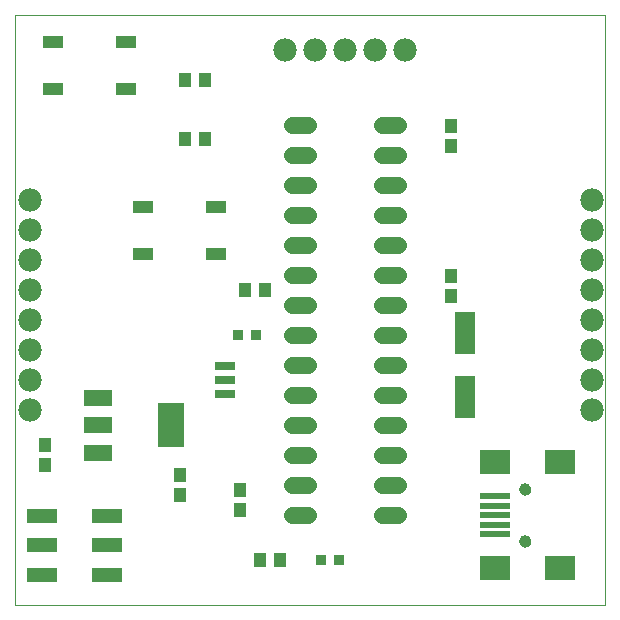
<source format=gts>
G75*
%MOIN*%
%OFA0B0*%
%FSLAX25Y25*%
%IPPOS*%
%LPD*%
%AMOC8*
5,1,8,0,0,1.08239X$1,22.5*
%
%ADD10C,0.00000*%
%ADD11R,0.04337X0.04731*%
%ADD12R,0.06699X0.14180*%
%ADD13R,0.10243X0.02369*%
%ADD14R,0.10243X0.08274*%
%ADD15C,0.03943*%
%ADD16C,0.07800*%
%ADD17R,0.03550X0.03550*%
%ADD18C,0.05600*%
%ADD19R,0.10243X0.05124*%
%ADD20R,0.06896X0.04337*%
%ADD21R,0.09200X0.05200*%
%ADD22R,0.09061X0.14573*%
%ADD23R,0.07093X0.03156*%
D10*
X0003000Y0003001D02*
X0003000Y0199851D01*
X0199850Y0199851D01*
X0199850Y0003001D01*
X0003000Y0003001D01*
X0171228Y0024339D02*
X0171230Y0024423D01*
X0171236Y0024506D01*
X0171246Y0024589D01*
X0171260Y0024672D01*
X0171277Y0024754D01*
X0171299Y0024835D01*
X0171324Y0024914D01*
X0171353Y0024993D01*
X0171386Y0025070D01*
X0171422Y0025145D01*
X0171462Y0025219D01*
X0171505Y0025291D01*
X0171552Y0025360D01*
X0171602Y0025427D01*
X0171655Y0025492D01*
X0171711Y0025554D01*
X0171769Y0025614D01*
X0171831Y0025671D01*
X0171895Y0025724D01*
X0171962Y0025775D01*
X0172031Y0025822D01*
X0172102Y0025867D01*
X0172175Y0025907D01*
X0172250Y0025944D01*
X0172327Y0025978D01*
X0172405Y0026008D01*
X0172484Y0026034D01*
X0172565Y0026057D01*
X0172647Y0026075D01*
X0172729Y0026090D01*
X0172812Y0026101D01*
X0172895Y0026108D01*
X0172979Y0026111D01*
X0173063Y0026110D01*
X0173146Y0026105D01*
X0173230Y0026096D01*
X0173312Y0026083D01*
X0173394Y0026067D01*
X0173475Y0026046D01*
X0173556Y0026022D01*
X0173634Y0025994D01*
X0173712Y0025962D01*
X0173788Y0025926D01*
X0173862Y0025887D01*
X0173934Y0025845D01*
X0174004Y0025799D01*
X0174072Y0025750D01*
X0174137Y0025698D01*
X0174200Y0025643D01*
X0174260Y0025585D01*
X0174318Y0025524D01*
X0174372Y0025460D01*
X0174424Y0025394D01*
X0174472Y0025326D01*
X0174517Y0025255D01*
X0174558Y0025182D01*
X0174597Y0025108D01*
X0174631Y0025032D01*
X0174662Y0024954D01*
X0174689Y0024875D01*
X0174713Y0024794D01*
X0174732Y0024713D01*
X0174748Y0024631D01*
X0174760Y0024548D01*
X0174768Y0024464D01*
X0174772Y0024381D01*
X0174772Y0024297D01*
X0174768Y0024214D01*
X0174760Y0024130D01*
X0174748Y0024047D01*
X0174732Y0023965D01*
X0174713Y0023884D01*
X0174689Y0023803D01*
X0174662Y0023724D01*
X0174631Y0023646D01*
X0174597Y0023570D01*
X0174558Y0023496D01*
X0174517Y0023423D01*
X0174472Y0023352D01*
X0174424Y0023284D01*
X0174372Y0023218D01*
X0174318Y0023154D01*
X0174260Y0023093D01*
X0174200Y0023035D01*
X0174137Y0022980D01*
X0174072Y0022928D01*
X0174004Y0022879D01*
X0173934Y0022833D01*
X0173862Y0022791D01*
X0173788Y0022752D01*
X0173712Y0022716D01*
X0173634Y0022684D01*
X0173556Y0022656D01*
X0173475Y0022632D01*
X0173394Y0022611D01*
X0173312Y0022595D01*
X0173230Y0022582D01*
X0173146Y0022573D01*
X0173063Y0022568D01*
X0172979Y0022567D01*
X0172895Y0022570D01*
X0172812Y0022577D01*
X0172729Y0022588D01*
X0172647Y0022603D01*
X0172565Y0022621D01*
X0172484Y0022644D01*
X0172405Y0022670D01*
X0172327Y0022700D01*
X0172250Y0022734D01*
X0172175Y0022771D01*
X0172102Y0022811D01*
X0172031Y0022856D01*
X0171962Y0022903D01*
X0171895Y0022954D01*
X0171831Y0023007D01*
X0171769Y0023064D01*
X0171711Y0023124D01*
X0171655Y0023186D01*
X0171602Y0023251D01*
X0171552Y0023318D01*
X0171505Y0023387D01*
X0171462Y0023459D01*
X0171422Y0023533D01*
X0171386Y0023608D01*
X0171353Y0023685D01*
X0171324Y0023764D01*
X0171299Y0023843D01*
X0171277Y0023924D01*
X0171260Y0024006D01*
X0171246Y0024089D01*
X0171236Y0024172D01*
X0171230Y0024255D01*
X0171228Y0024339D01*
X0171228Y0041662D02*
X0171230Y0041746D01*
X0171236Y0041829D01*
X0171246Y0041912D01*
X0171260Y0041995D01*
X0171277Y0042077D01*
X0171299Y0042158D01*
X0171324Y0042237D01*
X0171353Y0042316D01*
X0171386Y0042393D01*
X0171422Y0042468D01*
X0171462Y0042542D01*
X0171505Y0042614D01*
X0171552Y0042683D01*
X0171602Y0042750D01*
X0171655Y0042815D01*
X0171711Y0042877D01*
X0171769Y0042937D01*
X0171831Y0042994D01*
X0171895Y0043047D01*
X0171962Y0043098D01*
X0172031Y0043145D01*
X0172102Y0043190D01*
X0172175Y0043230D01*
X0172250Y0043267D01*
X0172327Y0043301D01*
X0172405Y0043331D01*
X0172484Y0043357D01*
X0172565Y0043380D01*
X0172647Y0043398D01*
X0172729Y0043413D01*
X0172812Y0043424D01*
X0172895Y0043431D01*
X0172979Y0043434D01*
X0173063Y0043433D01*
X0173146Y0043428D01*
X0173230Y0043419D01*
X0173312Y0043406D01*
X0173394Y0043390D01*
X0173475Y0043369D01*
X0173556Y0043345D01*
X0173634Y0043317D01*
X0173712Y0043285D01*
X0173788Y0043249D01*
X0173862Y0043210D01*
X0173934Y0043168D01*
X0174004Y0043122D01*
X0174072Y0043073D01*
X0174137Y0043021D01*
X0174200Y0042966D01*
X0174260Y0042908D01*
X0174318Y0042847D01*
X0174372Y0042783D01*
X0174424Y0042717D01*
X0174472Y0042649D01*
X0174517Y0042578D01*
X0174558Y0042505D01*
X0174597Y0042431D01*
X0174631Y0042355D01*
X0174662Y0042277D01*
X0174689Y0042198D01*
X0174713Y0042117D01*
X0174732Y0042036D01*
X0174748Y0041954D01*
X0174760Y0041871D01*
X0174768Y0041787D01*
X0174772Y0041704D01*
X0174772Y0041620D01*
X0174768Y0041537D01*
X0174760Y0041453D01*
X0174748Y0041370D01*
X0174732Y0041288D01*
X0174713Y0041207D01*
X0174689Y0041126D01*
X0174662Y0041047D01*
X0174631Y0040969D01*
X0174597Y0040893D01*
X0174558Y0040819D01*
X0174517Y0040746D01*
X0174472Y0040675D01*
X0174424Y0040607D01*
X0174372Y0040541D01*
X0174318Y0040477D01*
X0174260Y0040416D01*
X0174200Y0040358D01*
X0174137Y0040303D01*
X0174072Y0040251D01*
X0174004Y0040202D01*
X0173934Y0040156D01*
X0173862Y0040114D01*
X0173788Y0040075D01*
X0173712Y0040039D01*
X0173634Y0040007D01*
X0173556Y0039979D01*
X0173475Y0039955D01*
X0173394Y0039934D01*
X0173312Y0039918D01*
X0173230Y0039905D01*
X0173146Y0039896D01*
X0173063Y0039891D01*
X0172979Y0039890D01*
X0172895Y0039893D01*
X0172812Y0039900D01*
X0172729Y0039911D01*
X0172647Y0039926D01*
X0172565Y0039944D01*
X0172484Y0039967D01*
X0172405Y0039993D01*
X0172327Y0040023D01*
X0172250Y0040057D01*
X0172175Y0040094D01*
X0172102Y0040134D01*
X0172031Y0040179D01*
X0171962Y0040226D01*
X0171895Y0040277D01*
X0171831Y0040330D01*
X0171769Y0040387D01*
X0171711Y0040447D01*
X0171655Y0040509D01*
X0171602Y0040574D01*
X0171552Y0040641D01*
X0171505Y0040710D01*
X0171462Y0040782D01*
X0171422Y0040856D01*
X0171386Y0040931D01*
X0171353Y0041008D01*
X0171324Y0041087D01*
X0171299Y0041166D01*
X0171277Y0041247D01*
X0171260Y0041329D01*
X0171246Y0041412D01*
X0171236Y0041495D01*
X0171230Y0041578D01*
X0171228Y0041662D01*
D11*
X0148500Y0106154D03*
X0148500Y0112847D03*
X0148500Y0156154D03*
X0148500Y0162847D03*
X0086346Y0108001D03*
X0079654Y0108001D03*
X0066346Y0158501D03*
X0059654Y0158501D03*
X0059654Y0178001D03*
X0066346Y0178001D03*
X0013000Y0056347D03*
X0013000Y0049654D03*
X0058000Y0046347D03*
X0058000Y0039654D03*
X0078000Y0041347D03*
X0078000Y0034654D03*
X0084654Y0018001D03*
X0091346Y0018001D03*
D12*
X0153000Y0072371D03*
X0153000Y0093630D03*
D13*
X0163157Y0039300D03*
X0163157Y0036150D03*
X0163157Y0033001D03*
X0163157Y0029851D03*
X0163157Y0026701D03*
D14*
X0163157Y0015284D03*
X0184811Y0015284D03*
X0184811Y0050717D03*
X0163157Y0050717D03*
D15*
X0173000Y0041662D03*
X0173000Y0024339D03*
D16*
X0195500Y0068001D03*
X0195500Y0078001D03*
X0195500Y0088001D03*
X0195500Y0098001D03*
X0195500Y0108001D03*
X0195500Y0118001D03*
X0195500Y0128001D03*
X0195500Y0138001D03*
X0133000Y0188001D03*
X0123000Y0188001D03*
X0113000Y0188001D03*
X0103000Y0188001D03*
X0093000Y0188001D03*
X0008000Y0138001D03*
X0008000Y0128001D03*
X0008000Y0118001D03*
X0008000Y0108001D03*
X0008000Y0098001D03*
X0008000Y0088001D03*
X0008000Y0078001D03*
X0008000Y0068001D03*
D17*
X0077547Y0093001D03*
X0083453Y0093001D03*
X0105047Y0018001D03*
X0110953Y0018001D03*
D18*
X0100600Y0033001D02*
X0095400Y0033001D01*
X0095400Y0043001D02*
X0100600Y0043001D01*
X0100600Y0053001D02*
X0095400Y0053001D01*
X0095400Y0063001D02*
X0100600Y0063001D01*
X0100600Y0073001D02*
X0095400Y0073001D01*
X0095400Y0083001D02*
X0100600Y0083001D01*
X0100600Y0093001D02*
X0095400Y0093001D01*
X0095400Y0103001D02*
X0100600Y0103001D01*
X0100600Y0113001D02*
X0095400Y0113001D01*
X0095400Y0123001D02*
X0100600Y0123001D01*
X0100600Y0133001D02*
X0095400Y0133001D01*
X0095400Y0143001D02*
X0100600Y0143001D01*
X0100600Y0153001D02*
X0095400Y0153001D01*
X0095400Y0163001D02*
X0100600Y0163001D01*
X0125400Y0163001D02*
X0130600Y0163001D01*
X0130600Y0153001D02*
X0125400Y0153001D01*
X0125400Y0143001D02*
X0130600Y0143001D01*
X0130600Y0133001D02*
X0125400Y0133001D01*
X0125400Y0123001D02*
X0130600Y0123001D01*
X0130600Y0113001D02*
X0125400Y0113001D01*
X0125400Y0103001D02*
X0130600Y0103001D01*
X0130600Y0093001D02*
X0125400Y0093001D01*
X0125400Y0083001D02*
X0130600Y0083001D01*
X0130600Y0073001D02*
X0125400Y0073001D01*
X0125400Y0063001D02*
X0130600Y0063001D01*
X0130600Y0053001D02*
X0125400Y0053001D01*
X0125400Y0043001D02*
X0130600Y0043001D01*
X0130600Y0033001D02*
X0125400Y0033001D01*
D19*
X0033827Y0032843D03*
X0033827Y0023001D03*
X0033827Y0013158D03*
X0012173Y0013158D03*
X0012173Y0023001D03*
X0012173Y0032843D03*
D20*
X0045795Y0120126D03*
X0045795Y0135875D03*
X0070205Y0135875D03*
X0070205Y0120126D03*
X0040205Y0175126D03*
X0040205Y0190875D03*
X0015795Y0190875D03*
X0015795Y0175126D03*
D21*
X0030800Y0072101D03*
X0030800Y0063001D03*
X0030800Y0053901D03*
D22*
X0055201Y0063001D03*
D23*
X0073000Y0073276D03*
X0073000Y0078001D03*
X0073000Y0082725D03*
M02*

</source>
